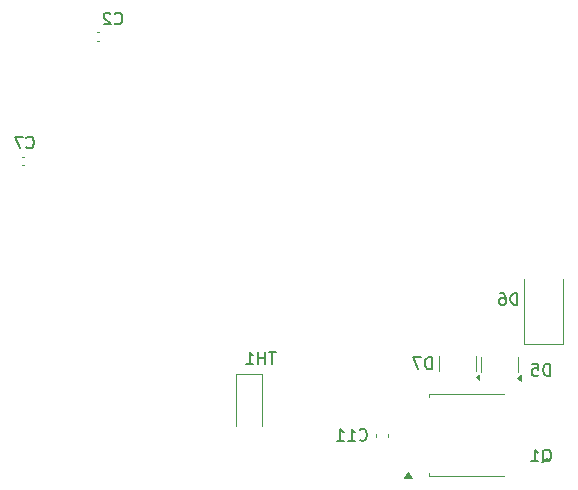
<source format=gbr>
%TF.GenerationSoftware,KiCad,Pcbnew,9.0.4*%
%TF.CreationDate,2025-10-16T14:37:17+03:00*%
%TF.ProjectId,ECAD_main,45434144-5f6d-4616-996e-2e6b69636164,rev?*%
%TF.SameCoordinates,Original*%
%TF.FileFunction,Legend,Bot*%
%TF.FilePolarity,Positive*%
%FSLAX46Y46*%
G04 Gerber Fmt 4.6, Leading zero omitted, Abs format (unit mm)*
G04 Created by KiCad (PCBNEW 9.0.4) date 2025-10-16 14:37:17*
%MOMM*%
%LPD*%
G01*
G04 APERTURE LIST*
%ADD10C,0.150000*%
%ADD11C,0.120000*%
G04 APERTURE END LIST*
D10*
X44892857Y-68859580D02*
X44940476Y-68907200D01*
X44940476Y-68907200D02*
X45083333Y-68954819D01*
X45083333Y-68954819D02*
X45178571Y-68954819D01*
X45178571Y-68954819D02*
X45321428Y-68907200D01*
X45321428Y-68907200D02*
X45416666Y-68811961D01*
X45416666Y-68811961D02*
X45464285Y-68716723D01*
X45464285Y-68716723D02*
X45511904Y-68526247D01*
X45511904Y-68526247D02*
X45511904Y-68383390D01*
X45511904Y-68383390D02*
X45464285Y-68192914D01*
X45464285Y-68192914D02*
X45416666Y-68097676D01*
X45416666Y-68097676D02*
X45321428Y-68002438D01*
X45321428Y-68002438D02*
X45178571Y-67954819D01*
X45178571Y-67954819D02*
X45083333Y-67954819D01*
X45083333Y-67954819D02*
X44940476Y-68002438D01*
X44940476Y-68002438D02*
X44892857Y-68050057D01*
X43940476Y-68954819D02*
X44511904Y-68954819D01*
X44226190Y-68954819D02*
X44226190Y-67954819D01*
X44226190Y-67954819D02*
X44321428Y-68097676D01*
X44321428Y-68097676D02*
X44416666Y-68192914D01*
X44416666Y-68192914D02*
X44511904Y-68240533D01*
X42988095Y-68954819D02*
X43559523Y-68954819D01*
X43273809Y-68954819D02*
X43273809Y-67954819D01*
X43273809Y-67954819D02*
X43369047Y-68097676D01*
X43369047Y-68097676D02*
X43464285Y-68192914D01*
X43464285Y-68192914D02*
X43559523Y-68240533D01*
X24166666Y-33609580D02*
X24214285Y-33657200D01*
X24214285Y-33657200D02*
X24357142Y-33704819D01*
X24357142Y-33704819D02*
X24452380Y-33704819D01*
X24452380Y-33704819D02*
X24595237Y-33657200D01*
X24595237Y-33657200D02*
X24690475Y-33561961D01*
X24690475Y-33561961D02*
X24738094Y-33466723D01*
X24738094Y-33466723D02*
X24785713Y-33276247D01*
X24785713Y-33276247D02*
X24785713Y-33133390D01*
X24785713Y-33133390D02*
X24738094Y-32942914D01*
X24738094Y-32942914D02*
X24690475Y-32847676D01*
X24690475Y-32847676D02*
X24595237Y-32752438D01*
X24595237Y-32752438D02*
X24452380Y-32704819D01*
X24452380Y-32704819D02*
X24357142Y-32704819D01*
X24357142Y-32704819D02*
X24214285Y-32752438D01*
X24214285Y-32752438D02*
X24166666Y-32800057D01*
X23785713Y-32800057D02*
X23738094Y-32752438D01*
X23738094Y-32752438D02*
X23642856Y-32704819D01*
X23642856Y-32704819D02*
X23404761Y-32704819D01*
X23404761Y-32704819D02*
X23309523Y-32752438D01*
X23309523Y-32752438D02*
X23261904Y-32800057D01*
X23261904Y-32800057D02*
X23214285Y-32895295D01*
X23214285Y-32895295D02*
X23214285Y-32990533D01*
X23214285Y-32990533D02*
X23261904Y-33133390D01*
X23261904Y-33133390D02*
X23833332Y-33704819D01*
X23833332Y-33704819D02*
X23214285Y-33704819D01*
X60345238Y-70800057D02*
X60440476Y-70752438D01*
X60440476Y-70752438D02*
X60535714Y-70657200D01*
X60535714Y-70657200D02*
X60678571Y-70514342D01*
X60678571Y-70514342D02*
X60773809Y-70466723D01*
X60773809Y-70466723D02*
X60869047Y-70466723D01*
X60821428Y-70704819D02*
X60916666Y-70657200D01*
X60916666Y-70657200D02*
X61011904Y-70561961D01*
X61011904Y-70561961D02*
X61059523Y-70371485D01*
X61059523Y-70371485D02*
X61059523Y-70038152D01*
X61059523Y-70038152D02*
X61011904Y-69847676D01*
X61011904Y-69847676D02*
X60916666Y-69752438D01*
X60916666Y-69752438D02*
X60821428Y-69704819D01*
X60821428Y-69704819D02*
X60630952Y-69704819D01*
X60630952Y-69704819D02*
X60535714Y-69752438D01*
X60535714Y-69752438D02*
X60440476Y-69847676D01*
X60440476Y-69847676D02*
X60392857Y-70038152D01*
X60392857Y-70038152D02*
X60392857Y-70371485D01*
X60392857Y-70371485D02*
X60440476Y-70561961D01*
X60440476Y-70561961D02*
X60535714Y-70657200D01*
X60535714Y-70657200D02*
X60630952Y-70704819D01*
X60630952Y-70704819D02*
X60821428Y-70704819D01*
X59440476Y-70704819D02*
X60011904Y-70704819D01*
X59726190Y-70704819D02*
X59726190Y-69704819D01*
X59726190Y-69704819D02*
X59821428Y-69847676D01*
X59821428Y-69847676D02*
X59916666Y-69942914D01*
X59916666Y-69942914D02*
X60011904Y-69990533D01*
X37785713Y-61454819D02*
X37214285Y-61454819D01*
X37499999Y-62454819D02*
X37499999Y-61454819D01*
X36880951Y-62454819D02*
X36880951Y-61454819D01*
X36880951Y-61931009D02*
X36309523Y-61931009D01*
X36309523Y-62454819D02*
X36309523Y-61454819D01*
X35309523Y-62454819D02*
X35880951Y-62454819D01*
X35595237Y-62454819D02*
X35595237Y-61454819D01*
X35595237Y-61454819D02*
X35690475Y-61597676D01*
X35690475Y-61597676D02*
X35785713Y-61692914D01*
X35785713Y-61692914D02*
X35880951Y-61740533D01*
X58238094Y-57454819D02*
X58238094Y-56454819D01*
X58238094Y-56454819D02*
X57999999Y-56454819D01*
X57999999Y-56454819D02*
X57857142Y-56502438D01*
X57857142Y-56502438D02*
X57761904Y-56597676D01*
X57761904Y-56597676D02*
X57714285Y-56692914D01*
X57714285Y-56692914D02*
X57666666Y-56883390D01*
X57666666Y-56883390D02*
X57666666Y-57026247D01*
X57666666Y-57026247D02*
X57714285Y-57216723D01*
X57714285Y-57216723D02*
X57761904Y-57311961D01*
X57761904Y-57311961D02*
X57857142Y-57407200D01*
X57857142Y-57407200D02*
X57999999Y-57454819D01*
X57999999Y-57454819D02*
X58238094Y-57454819D01*
X56809523Y-56454819D02*
X56999999Y-56454819D01*
X56999999Y-56454819D02*
X57095237Y-56502438D01*
X57095237Y-56502438D02*
X57142856Y-56550057D01*
X57142856Y-56550057D02*
X57238094Y-56692914D01*
X57238094Y-56692914D02*
X57285713Y-56883390D01*
X57285713Y-56883390D02*
X57285713Y-57264342D01*
X57285713Y-57264342D02*
X57238094Y-57359580D01*
X57238094Y-57359580D02*
X57190475Y-57407200D01*
X57190475Y-57407200D02*
X57095237Y-57454819D01*
X57095237Y-57454819D02*
X56904761Y-57454819D01*
X56904761Y-57454819D02*
X56809523Y-57407200D01*
X56809523Y-57407200D02*
X56761904Y-57359580D01*
X56761904Y-57359580D02*
X56714285Y-57264342D01*
X56714285Y-57264342D02*
X56714285Y-57026247D01*
X56714285Y-57026247D02*
X56761904Y-56931009D01*
X56761904Y-56931009D02*
X56809523Y-56883390D01*
X56809523Y-56883390D02*
X56904761Y-56835771D01*
X56904761Y-56835771D02*
X57095237Y-56835771D01*
X57095237Y-56835771D02*
X57190475Y-56883390D01*
X57190475Y-56883390D02*
X57238094Y-56931009D01*
X57238094Y-56931009D02*
X57285713Y-57026247D01*
X60988094Y-63454819D02*
X60988094Y-62454819D01*
X60988094Y-62454819D02*
X60749999Y-62454819D01*
X60749999Y-62454819D02*
X60607142Y-62502438D01*
X60607142Y-62502438D02*
X60511904Y-62597676D01*
X60511904Y-62597676D02*
X60464285Y-62692914D01*
X60464285Y-62692914D02*
X60416666Y-62883390D01*
X60416666Y-62883390D02*
X60416666Y-63026247D01*
X60416666Y-63026247D02*
X60464285Y-63216723D01*
X60464285Y-63216723D02*
X60511904Y-63311961D01*
X60511904Y-63311961D02*
X60607142Y-63407200D01*
X60607142Y-63407200D02*
X60749999Y-63454819D01*
X60749999Y-63454819D02*
X60988094Y-63454819D01*
X59511904Y-62454819D02*
X59988094Y-62454819D01*
X59988094Y-62454819D02*
X60035713Y-62931009D01*
X60035713Y-62931009D02*
X59988094Y-62883390D01*
X59988094Y-62883390D02*
X59892856Y-62835771D01*
X59892856Y-62835771D02*
X59654761Y-62835771D01*
X59654761Y-62835771D02*
X59559523Y-62883390D01*
X59559523Y-62883390D02*
X59511904Y-62931009D01*
X59511904Y-62931009D02*
X59464285Y-63026247D01*
X59464285Y-63026247D02*
X59464285Y-63264342D01*
X59464285Y-63264342D02*
X59511904Y-63359580D01*
X59511904Y-63359580D02*
X59559523Y-63407200D01*
X59559523Y-63407200D02*
X59654761Y-63454819D01*
X59654761Y-63454819D02*
X59892856Y-63454819D01*
X59892856Y-63454819D02*
X59988094Y-63407200D01*
X59988094Y-63407200D02*
X60035713Y-63359580D01*
X50988094Y-62892319D02*
X50988094Y-61892319D01*
X50988094Y-61892319D02*
X50749999Y-61892319D01*
X50749999Y-61892319D02*
X50607142Y-61939938D01*
X50607142Y-61939938D02*
X50511904Y-62035176D01*
X50511904Y-62035176D02*
X50464285Y-62130414D01*
X50464285Y-62130414D02*
X50416666Y-62320890D01*
X50416666Y-62320890D02*
X50416666Y-62463747D01*
X50416666Y-62463747D02*
X50464285Y-62654223D01*
X50464285Y-62654223D02*
X50511904Y-62749461D01*
X50511904Y-62749461D02*
X50607142Y-62844700D01*
X50607142Y-62844700D02*
X50749999Y-62892319D01*
X50749999Y-62892319D02*
X50988094Y-62892319D01*
X50083332Y-61892319D02*
X49416666Y-61892319D01*
X49416666Y-61892319D02*
X49845237Y-62892319D01*
X16687002Y-44109580D02*
X16734621Y-44157200D01*
X16734621Y-44157200D02*
X16877478Y-44204819D01*
X16877478Y-44204819D02*
X16972716Y-44204819D01*
X16972716Y-44204819D02*
X17115573Y-44157200D01*
X17115573Y-44157200D02*
X17210811Y-44061961D01*
X17210811Y-44061961D02*
X17258430Y-43966723D01*
X17258430Y-43966723D02*
X17306049Y-43776247D01*
X17306049Y-43776247D02*
X17306049Y-43633390D01*
X17306049Y-43633390D02*
X17258430Y-43442914D01*
X17258430Y-43442914D02*
X17210811Y-43347676D01*
X17210811Y-43347676D02*
X17115573Y-43252438D01*
X17115573Y-43252438D02*
X16972716Y-43204819D01*
X16972716Y-43204819D02*
X16877478Y-43204819D01*
X16877478Y-43204819D02*
X16734621Y-43252438D01*
X16734621Y-43252438D02*
X16687002Y-43300057D01*
X16353668Y-43204819D02*
X15687002Y-43204819D01*
X15687002Y-43204819D02*
X16115573Y-44204819D01*
D11*
%TO.C,C11*%
X46240000Y-68353733D02*
X46240000Y-68646267D01*
X47260000Y-68353733D02*
X47260000Y-68646267D01*
%TO.C,C2*%
X22857836Y-34390000D02*
X22642164Y-34390000D01*
X22857836Y-35110000D02*
X22642164Y-35110000D01*
%TO.C,Q1*%
X50730000Y-65020000D02*
X50730000Y-65290000D01*
X50730000Y-71920000D02*
X50730000Y-71650000D01*
X57150000Y-65020000D02*
X50730000Y-65020000D01*
X57150000Y-71920000D02*
X50730000Y-71920000D01*
X49340000Y-72080000D02*
X48660000Y-72080000D01*
X49000000Y-71610000D01*
X49340000Y-72080000D01*
G36*
X49340000Y-72080000D02*
G01*
X48660000Y-72080000D01*
X49000000Y-71610000D01*
X49340000Y-72080000D01*
G37*
%TO.C,TH1*%
X34390000Y-63340000D02*
X36610000Y-63340000D01*
X34390000Y-67750000D02*
X34390000Y-63340000D01*
X36610000Y-63340000D02*
X36610000Y-67750000D01*
%TO.C,D6*%
X58850000Y-60760000D02*
X58850000Y-55250000D01*
X62150000Y-60760000D02*
X58850000Y-60760000D01*
X62150000Y-60760000D02*
X62150000Y-55250000D01*
%TO.C,D5*%
X55190000Y-62500000D02*
X55190000Y-61850000D01*
X55190000Y-62500000D02*
X55190000Y-63150000D01*
X58310000Y-62500000D02*
X58310000Y-61850000D01*
X58310000Y-62500000D02*
X58310000Y-63150000D01*
X58590000Y-63902500D02*
X58260000Y-63662500D01*
X58590000Y-63422500D01*
X58590000Y-63902500D01*
G36*
X58590000Y-63902500D02*
G01*
X58260000Y-63662500D01*
X58590000Y-63422500D01*
X58590000Y-63902500D01*
G37*
%TO.C,D7*%
X51640000Y-62437500D02*
X51640000Y-61787500D01*
X51640000Y-62437500D02*
X51640000Y-63087500D01*
X54760000Y-62437500D02*
X54760000Y-61787500D01*
X54760000Y-62437500D02*
X54760000Y-63087500D01*
X55040000Y-63840000D02*
X54710000Y-63600000D01*
X55040000Y-63360000D01*
X55040000Y-63840000D01*
G36*
X55040000Y-63840000D02*
G01*
X54710000Y-63600000D01*
X55040000Y-63360000D01*
X55040000Y-63840000D01*
G37*
%TO.C,C7*%
X16304664Y-44910000D02*
X16520336Y-44910000D01*
X16304664Y-45630000D02*
X16520336Y-45630000D01*
%TD*%
M02*

</source>
